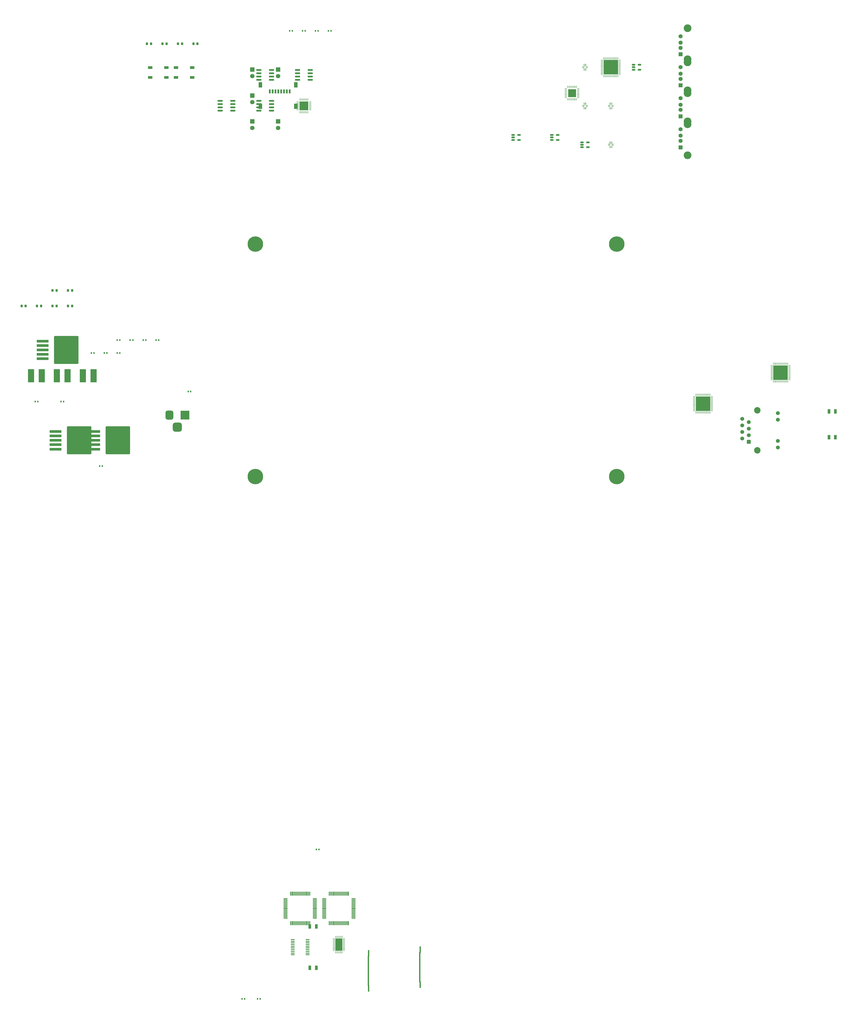
<source format=gtl>
%TF.GenerationSoftware,KiCad,Pcbnew,9.0.6*%
%TF.CreationDate,2025-12-01T13:51:19+09:00*%
%TF.ProjectId,fcBoard,6663426f-6172-4642-9e6b-696361645f70,0.2*%
%TF.SameCoordinates,Original*%
%TF.FileFunction,Copper,L1,Top*%
%TF.FilePolarity,Positive*%
%FSLAX46Y46*%
G04 Gerber Fmt 4.6, Leading zero omitted, Abs format (unit mm)*
G04 Created by KiCad (PCBNEW 9.0.6) date 2025-12-01 13:51:19*
%MOMM*%
%LPD*%
G01*
G04 APERTURE LIST*
G04 Aperture macros list*
%AMRoundRect*
0 Rectangle with rounded corners*
0 $1 Rounding radius*
0 $2 $3 $4 $5 $6 $7 $8 $9 X,Y pos of 4 corners*
0 Add a 4 corners polygon primitive as box body*
4,1,4,$2,$3,$4,$5,$6,$7,$8,$9,$2,$3,0*
0 Add four circle primitives for the rounded corners*
1,1,$1+$1,$2,$3*
1,1,$1+$1,$4,$5*
1,1,$1+$1,$6,$7*
1,1,$1+$1,$8,$9*
0 Add four rect primitives between the rounded corners*
20,1,$1+$1,$2,$3,$4,$5,0*
20,1,$1+$1,$4,$5,$6,$7,0*
20,1,$1+$1,$6,$7,$8,$9,0*
20,1,$1+$1,$8,$9,$2,$3,0*%
G04 Aperture macros list end*
%TA.AperFunction,SMDPad,CuDef*%
%ADD10RoundRect,0.218750X-0.218750X-0.256250X0.218750X-0.256250X0.218750X0.256250X-0.218750X0.256250X0*%
%TD*%
%TA.AperFunction,SMDPad,CuDef*%
%ADD11RoundRect,0.100000X-0.637500X-0.100000X0.637500X-0.100000X0.637500X0.100000X-0.637500X0.100000X0*%
%TD*%
%TA.AperFunction,ComponentPad*%
%ADD12RoundRect,0.250500X-0.499500X-0.499500X0.499500X-0.499500X0.499500X0.499500X-0.499500X0.499500X0*%
%TD*%
%TA.AperFunction,ComponentPad*%
%ADD13C,1.500000*%
%TD*%
%TA.AperFunction,ComponentPad*%
%ADD14C,2.500000*%
%TD*%
%TA.AperFunction,ComponentPad*%
%ADD15R,1.700000X1.700000*%
%TD*%
%TA.AperFunction,ComponentPad*%
%ADD16C,1.700000*%
%TD*%
%TA.AperFunction,SMDPad,CuDef*%
%ADD17RoundRect,0.062500X-0.375000X-0.062500X0.375000X-0.062500X0.375000X0.062500X-0.375000X0.062500X0*%
%TD*%
%TA.AperFunction,SMDPad,CuDef*%
%ADD18RoundRect,0.062500X-0.062500X-0.375000X0.062500X-0.375000X0.062500X0.375000X-0.062500X0.375000X0*%
%TD*%
%TA.AperFunction,HeatsinkPad*%
%ADD19R,3.100000X3.100000*%
%TD*%
%TA.AperFunction,SMDPad,CuDef*%
%ADD20RoundRect,0.075000X-0.700000X-0.075000X0.700000X-0.075000X0.700000X0.075000X-0.700000X0.075000X0*%
%TD*%
%TA.AperFunction,SMDPad,CuDef*%
%ADD21RoundRect,0.075000X-0.075000X-0.700000X0.075000X-0.700000X0.075000X0.700000X-0.075000X0.700000X0*%
%TD*%
%TA.AperFunction,SMDPad,CuDef*%
%ADD22R,1.000000X1.800000*%
%TD*%
%TA.AperFunction,SMDPad,CuDef*%
%ADD23RoundRect,0.150000X-0.512500X-0.150000X0.512500X-0.150000X0.512500X0.150000X-0.512500X0.150000X0*%
%TD*%
%TA.AperFunction,SMDPad,CuDef*%
%ADD24RoundRect,0.135000X-0.135000X-0.185000X0.135000X-0.185000X0.135000X0.185000X-0.135000X0.185000X0*%
%TD*%
%TA.AperFunction,ComponentPad*%
%ADD25R,3.500000X3.500000*%
%TD*%
%TA.AperFunction,ComponentPad*%
%ADD26RoundRect,0.750000X0.750000X1.000000X-0.750000X1.000000X-0.750000X-1.000000X0.750000X-1.000000X0*%
%TD*%
%TA.AperFunction,ComponentPad*%
%ADD27RoundRect,0.875000X0.875000X0.875000X-0.875000X0.875000X-0.875000X-0.875000X0.875000X-0.875000X0*%
%TD*%
%TA.AperFunction,SMDPad,CuDef*%
%ADD28RoundRect,0.250000X-2.050000X-0.300000X2.050000X-0.300000X2.050000X0.300000X-2.050000X0.300000X0*%
%TD*%
%TA.AperFunction,SMDPad,CuDef*%
%ADD29RoundRect,0.250002X-4.449998X-5.149998X4.449998X-5.149998X4.449998X5.149998X-4.449998X5.149998X0*%
%TD*%
%TA.AperFunction,SMDPad,CuDef*%
%ADD30R,2.350000X5.100000*%
%TD*%
%TA.AperFunction,SMDPad,CuDef*%
%ADD31RoundRect,0.150000X-0.825000X-0.150000X0.825000X-0.150000X0.825000X0.150000X-0.825000X0.150000X0*%
%TD*%
%TA.AperFunction,ComponentPad*%
%ADD32R,1.600000X1.600000*%
%TD*%
%TA.AperFunction,ComponentPad*%
%ADD33C,1.600000*%
%TD*%
%TA.AperFunction,ComponentPad*%
%ADD34C,3.000000*%
%TD*%
%TA.AperFunction,SMDPad,CuDef*%
%ADD35RoundRect,0.140000X-0.140000X-0.170000X0.140000X-0.170000X0.140000X0.170000X-0.140000X0.170000X0*%
%TD*%
%TA.AperFunction,ComponentPad*%
%ADD36C,6.000000*%
%TD*%
%TA.AperFunction,HeatsinkPad*%
%ADD37R,5.600000X5.600000*%
%TD*%
%TA.AperFunction,SMDPad,CuDef*%
%ADD38RoundRect,0.062500X-0.337500X-0.062500X0.337500X-0.062500X0.337500X0.062500X-0.337500X0.062500X0*%
%TD*%
%TA.AperFunction,SMDPad,CuDef*%
%ADD39RoundRect,0.062500X-0.062500X-0.337500X0.062500X-0.337500X0.062500X0.337500X-0.062500X0.337500X0*%
%TD*%
%TA.AperFunction,HeatsinkPad*%
%ADD40R,3.350000X3.350000*%
%TD*%
%TA.AperFunction,SMDPad,CuDef*%
%ADD41R,0.800000X1.500000*%
%TD*%
%TA.AperFunction,SMDPad,CuDef*%
%ADD42R,1.450000X2.000000*%
%TD*%
%TA.AperFunction,SMDPad,CuDef*%
%ADD43R,1.700000X1.000000*%
%TD*%
%TA.AperFunction,SMDPad,CuDef*%
%ADD44RoundRect,0.050000X-0.437500X-0.050000X0.437500X-0.050000X0.437500X0.050000X-0.437500X0.050000X0*%
%TD*%
%TA.AperFunction,SMDPad,CuDef*%
%ADD45RoundRect,0.050000X-0.337500X-0.050000X0.337500X-0.050000X0.337500X0.050000X-0.337500X0.050000X0*%
%TD*%
%TA.AperFunction,SMDPad,CuDef*%
%ADD46RoundRect,0.050000X-0.050000X-0.337500X0.050000X-0.337500X0.050000X0.337500X-0.050000X0.337500X0*%
%TD*%
%TA.AperFunction,SMDPad,CuDef*%
%ADD47RoundRect,0.062500X-0.350000X-0.062500X0.350000X-0.062500X0.350000X0.062500X-0.350000X0.062500X0*%
%TD*%
%TA.AperFunction,SMDPad,CuDef*%
%ADD48RoundRect,0.062500X-0.062500X-0.350000X0.062500X-0.350000X0.062500X0.350000X-0.062500X0.350000X0*%
%TD*%
%TA.AperFunction,HeatsinkPad*%
%ADD49R,2.700000X2.700000*%
%TD*%
%TA.AperFunction,SMDPad,CuDef*%
%ADD50R,0.500000X2.800000*%
%TD*%
%TA.AperFunction,SMDPad,CuDef*%
%ADD51R,0.600000X2.600000*%
%TD*%
G04 APERTURE END LIST*
D10*
%TO.P,D16,1,K*%
%TO.N,+1V8*%
X32467500Y-128945000D03*
%TO.P,D16,2,A*%
%TO.N,Net-(D16-A)*%
X34042500Y-128945000D03*
%TD*%
D11*
%TO.P,U42,1,VCCA*%
%TO.N,+1V8*%
X119507500Y-374215000D03*
%TO.P,U42,2,A1*%
%TO.N,/HDMI In/Out/DE_RX*%
X119507500Y-374865000D03*
%TO.P,U42,3,A2*%
%TO.N,/HDMI In/Out/B_RX[7:0]*%
X119507500Y-375515000D03*
%TO.P,U42,4,A3*%
X119507500Y-376165000D03*
%TO.P,U42,5,A4*%
%TO.N,unconnected-(U42-A4-Pad5)*%
X119507500Y-376815000D03*
%TO.P,U42,6,A5*%
%TO.N,unconnected-(U42-A5-Pad6)*%
X119507500Y-377465000D03*
%TO.P,U42,7,A6*%
%TO.N,unconnected-(U42-A6-Pad7)*%
X119507500Y-378115000D03*
%TO.P,U42,8,VCCB*%
%TO.N,+3V3*%
X119507500Y-378765000D03*
%TO.P,U42,9,B1*%
%TO.N,unconnected-(U42-B1-Pad9)*%
X119507500Y-379415000D03*
%TO.P,U42,10,B2*%
%TO.N,unconnected-(U42-B2-Pad10)*%
X119507500Y-380065000D03*
%TO.P,U42,11,B3*%
%TO.N,unconnected-(U42-B3-Pad11)*%
X125232500Y-380065000D03*
%TO.P,U42,12,B4*%
%TO.N,unconnected-(U42-B4-Pad12)*%
X125232500Y-379415000D03*
%TO.P,U42,13,B5*%
%TO.N,unconnected-(U42-B5-Pad13)*%
X125232500Y-378765000D03*
%TO.P,U42,14,B6*%
%TO.N,unconnected-(U42-B6-Pad14)*%
X125232500Y-378115000D03*
%TO.P,U42,15,GND*%
%TO.N,GND*%
X125232500Y-377465000D03*
%TO.P,U42,16,OE*%
%TO.N,unconnected-(U42-OE-Pad16)*%
X125232500Y-376815000D03*
%TO.P,U42,17*%
%TO.N,N/C*%
X125232500Y-376165000D03*
%TO.P,U42,18*%
X125232500Y-375515000D03*
%TO.P,U42,19*%
X125232500Y-374865000D03*
%TO.P,U42,20*%
X125232500Y-374215000D03*
%TD*%
D12*
%TO.P,J6,1,TXP_A*%
%TO.N,unconnected-(J6-TXP_A-Pad1)*%
X296100000Y-181490000D03*
D13*
%TO.P,J6,2,TXN_A*%
%TO.N,unconnected-(J6-TXN_A-Pad2)*%
X293560000Y-180230000D03*
%TO.P,J6,3,TXP_B*%
%TO.N,unconnected-(J6-TXP_B-Pad3)*%
X296100000Y-178950000D03*
%TO.P,J6,4,TXN_B*%
%TO.N,unconnected-(J6-TXN_B-Pad4)*%
X293560000Y-177690000D03*
%TO.P,J6,5,TXP_C*%
%TO.N,unconnected-(J6-TXP_C-Pad5)*%
X296100000Y-176410000D03*
%TO.P,J6,6,TXN_C*%
%TO.N,unconnected-(J6-TXN_C-Pad6)*%
X293560000Y-175150000D03*
%TO.P,J6,7,TXP_D*%
%TO.N,unconnected-(J6-TXP_D-Pad7)*%
X296100000Y-173870000D03*
%TO.P,J6,8,TXN_D*%
%TO.N,unconnected-(J6-TXN_D-Pad8)*%
X293560000Y-172610000D03*
%TO.P,J6,9,LED_G+*%
%TO.N,unconnected-(J6-LED_G+-Pad9)*%
X307360000Y-183675000D03*
%TO.P,J6,10,LED_G-*%
%TO.N,unconnected-(J6-LED_G--Pad10)*%
X307360000Y-181135000D03*
%TO.P,J6,11,LED_Y+*%
%TO.N,unconnected-(J6-LED_Y+-Pad11)*%
X307360000Y-172965000D03*
%TO.P,J6,12,LED_Y-*%
%TO.N,unconnected-(J6-LED_Y--Pad12)*%
X307360000Y-170425000D03*
D14*
%TO.P,J6,SH*%
%TO.N,N/C*%
X299410000Y-184795000D03*
X299410000Y-169305000D03*
%TD*%
D15*
%TO.P,J7,1,1*%
%TO.N,unconnected-(J7-Pad1)*%
X103825000Y-37445000D03*
D16*
%TO.P,J7,2,2*%
%TO.N,unconnected-(J7-Pad2)*%
X103825000Y-39985000D03*
%TD*%
D17*
%TO.P,U1,1,DATA0*%
%TO.N,unconnected-(U1-DATA0-Pad1)*%
X225232500Y-44760000D03*
%TO.P,U1,2,DATA1*%
%TO.N,unconnected-(U1-DATA1-Pad2)*%
X225232500Y-45260000D03*
%TO.P,U1,3,DATA2*%
%TO.N,unconnected-(U1-DATA2-Pad3)*%
X225232500Y-45760000D03*
%TO.P,U1,4,DATA3*%
%TO.N,unconnected-(U1-DATA3-Pad4)*%
X225232500Y-46260000D03*
%TO.P,U1,5,DATA4*%
%TO.N,unconnected-(U1-DATA4-Pad5)*%
X225232500Y-46760000D03*
%TO.P,U1,6,DATA5*%
%TO.N,unconnected-(U1-DATA5-Pad6)*%
X225232500Y-47260000D03*
%TO.P,U1,7,DATA6*%
%TO.N,unconnected-(U1-DATA6-Pad7)*%
X225232500Y-47760000D03*
%TO.P,U1,8,DATA7*%
%TO.N,unconnected-(U1-DATA7-Pad8)*%
X225232500Y-48260000D03*
D18*
%TO.P,U1,9,CLK*%
%TO.N,unconnected-(U1-CLK-Pad9)*%
X225920000Y-48947500D03*
%TO.P,U1,10,DIR*%
%TO.N,unconnected-(U1-DIR-Pad10)*%
X226420000Y-48947500D03*
%TO.P,U1,11,NXT*%
%TO.N,unconnected-(U1-NXT-Pad11)*%
X226920000Y-48947500D03*
%TO.P,U1,12,STP*%
%TO.N,unconnected-(U1-STP-Pad12)*%
X227420000Y-48947500D03*
%TO.P,U1,13,DP*%
%TO.N,unconnected-(U1-DP-Pad13)*%
X227920000Y-48947500D03*
%TO.P,U1,14,DN*%
%TO.N,unconnected-(U1-DN-Pad14)*%
X228420000Y-48947500D03*
%TO.P,U1,15,GND*%
%TO.N,GND*%
X228920000Y-48947500D03*
%TO.P,U1,16,VDD33*%
%TO.N,unconnected-(U1-VDD33-Pad16)*%
X229420000Y-48947500D03*
D17*
%TO.P,U1,17,VDD18*%
%TO.N,unconnected-(U1-VDD18-Pad17)*%
X230107500Y-48260000D03*
%TO.P,U1,18,REFCLK*%
%TO.N,unconnected-(U1-REFCLK-Pad18)*%
X230107500Y-47760000D03*
%TO.P,U1,19*%
%TO.N,N/C*%
X230107500Y-47260000D03*
%TO.P,U1,20*%
X230107500Y-46760000D03*
%TO.P,U1,21*%
X230107500Y-46260000D03*
%TO.P,U1,22*%
X230107500Y-45760000D03*
%TO.P,U1,23*%
X230107500Y-45260000D03*
%TO.P,U1,24*%
X230107500Y-44760000D03*
D18*
%TO.P,U1,25*%
X229420000Y-44072500D03*
%TO.P,U1,26*%
X228920000Y-44072500D03*
%TO.P,U1,27*%
X228420000Y-44072500D03*
%TO.P,U1,28*%
X227920000Y-44072500D03*
%TO.P,U1,29*%
X227420000Y-44072500D03*
%TO.P,U1,30*%
X226920000Y-44072500D03*
%TO.P,U1,31*%
X226420000Y-44072500D03*
%TO.P,U1,32*%
X225920000Y-44072500D03*
D19*
%TO.P,U1,33*%
X227670000Y-46510000D03*
%TD*%
D20*
%TO.P,U43,1,VDD33*%
%TO.N,unconnected-(U43-VDD33-Pad1)*%
X131695000Y-358390000D03*
%TO.P,U43,2,VDD18*%
%TO.N,unconnected-(U43-VDD18-Pad2)*%
X131695000Y-358890000D03*
%TO.P,U43,3,GND*%
%TO.N,GND*%
X131695000Y-359390000D03*
%TO.P,U43,4,TMDS_D0+*%
%TO.N,Net-(U43-TMDS_D0+)*%
X131695000Y-359890000D03*
%TO.P,U43,5,TMDS_D0-*%
X131695000Y-360390000D03*
%TO.P,U43,6,TMDS_D1+*%
X131695000Y-360890000D03*
%TO.P,U43,7,TMDS_D1-*%
%TO.N,Net-(U43-TMDS_D1-)*%
X131695000Y-361390000D03*
%TO.P,U43,8,TMDS_D2+*%
%TO.N,Net-(U43-TMDS_D2+)*%
X131695000Y-361890000D03*
%TO.P,U43,9,TMDS_D2-*%
%TO.N,Net-(U43-TMDS_D2-)*%
X131695000Y-362390000D03*
%TO.P,U43,10,TMDS_CLK+*%
%TO.N,Net-(U43-TMDS_CLK+)*%
X131695000Y-362890000D03*
%TO.P,U43,11,TMDS_CLK-*%
%TO.N,Net-(U43-TMDS_CLK-)*%
X131695000Y-363390000D03*
%TO.P,U43,12,CEC*%
%TO.N,Net-(U43-CEC)*%
X131695000Y-363890000D03*
%TO.P,U43,13,HPD*%
%TO.N,unconnected-(U43-HPD-Pad13)*%
X131695000Y-364390000D03*
%TO.P,U43,14,SCL*%
%TO.N,unconnected-(U43-SCL-Pad14)*%
X131695000Y-364890000D03*
%TO.P,U43,15,SDA*%
%TO.N,unconnected-(U43-SDA-Pad15)*%
X131695000Y-365390000D03*
%TO.P,U43,16,PCLK*%
%TO.N,+1V8*%
X131695000Y-365890000D03*
D21*
%TO.P,U43,17,DE*%
%TO.N,/HDMI In/Out/DE_RX*%
X133620000Y-367815000D03*
%TO.P,U43,18,HSYNC*%
%TO.N,/HDMI In/Out/B_RX[7:0]*%
X134120000Y-367815000D03*
%TO.P,U43,19,VSYNC*%
X134620000Y-367815000D03*
%TO.P,U43,20,R[7:0]*%
X135120000Y-367815000D03*
%TO.P,U43,21,G[7:0]*%
X135620000Y-367815000D03*
%TO.P,U43,22,B[7:0]*%
X136120000Y-367815000D03*
%TO.P,U43,23,XTALIN*%
X136620000Y-367815000D03*
%TO.P,U43,24,XTALOUT*%
%TO.N,unconnected-(U43-XTALOUT-Pad24)*%
X137120000Y-367815000D03*
%TO.P,U43,25*%
%TO.N,N/C*%
X137620000Y-367815000D03*
%TO.P,U43,26*%
X138120000Y-367815000D03*
%TO.P,U43,27*%
X138620000Y-367815000D03*
%TO.P,U43,28*%
X139120000Y-367815000D03*
%TO.P,U43,29*%
X139620000Y-367815000D03*
%TO.P,U43,30*%
X140120000Y-367815000D03*
%TO.P,U43,31*%
X140620000Y-367815000D03*
%TO.P,U43,32*%
X141120000Y-367815000D03*
D20*
%TO.P,U43,33*%
X143045000Y-365890000D03*
%TO.P,U43,34*%
X143045000Y-365390000D03*
%TO.P,U43,35*%
X143045000Y-364890000D03*
%TO.P,U43,36*%
X143045000Y-364390000D03*
%TO.P,U43,37*%
X143045000Y-363890000D03*
%TO.P,U43,38*%
X143045000Y-363390000D03*
%TO.P,U43,39*%
X143045000Y-362890000D03*
%TO.P,U43,40*%
X143045000Y-362390000D03*
%TO.P,U43,41*%
X143045000Y-361890000D03*
%TO.P,U43,42*%
X143045000Y-361390000D03*
%TO.P,U43,43*%
X143045000Y-360890000D03*
%TO.P,U43,44*%
X143045000Y-360390000D03*
%TO.P,U43,45*%
X143045000Y-359890000D03*
%TO.P,U43,46*%
X143045000Y-359390000D03*
%TO.P,U43,47*%
X143045000Y-358890000D03*
%TO.P,U43,48*%
X143045000Y-358390000D03*
D21*
%TO.P,U43,49*%
X141120000Y-356465000D03*
%TO.P,U43,50*%
X140620000Y-356465000D03*
%TO.P,U43,51*%
X140120000Y-356465000D03*
%TO.P,U43,52*%
X139620000Y-356465000D03*
%TO.P,U43,53*%
X139120000Y-356465000D03*
%TO.P,U43,54*%
X138620000Y-356465000D03*
%TO.P,U43,55*%
X138120000Y-356465000D03*
%TO.P,U43,56*%
X137620000Y-356465000D03*
%TO.P,U43,57*%
X137120000Y-356465000D03*
%TO.P,U43,58*%
X136620000Y-356465000D03*
%TO.P,U43,59*%
X136120000Y-356465000D03*
%TO.P,U43,60*%
X135620000Y-356465000D03*
%TO.P,U43,61*%
X135120000Y-356465000D03*
%TO.P,U43,62*%
X134620000Y-356465000D03*
%TO.P,U43,63*%
X134120000Y-356465000D03*
%TO.P,U43,64*%
X133620000Y-356465000D03*
%TD*%
D22*
%TO.P,Y10,1,1*%
%TO.N,/HDMI In/Out/B_RX[7:0]*%
X128620000Y-385140000D03*
%TO.P,Y10,2,2*%
%TO.N,/HDMI In/Out/DE_RX*%
X126120000Y-385140000D03*
%TD*%
%TO.P,Y9,1,1*%
%TO.N,Net-(U41-CEC)*%
X128620000Y-369140000D03*
%TO.P,Y9,2,2*%
%TO.N,unconnected-(Y9-Pad2)*%
X126120000Y-369140000D03*
%TD*%
D23*
%TO.P,U8,1,VIN*%
%TO.N,+5V*%
X251532500Y-35560000D03*
%TO.P,U8,2,VOUT*%
%TO.N,unconnected-(U8-VOUT-Pad2)*%
X251532500Y-36510000D03*
%TO.P,U8,3,EN*%
%TO.N,unconnected-(U8-EN-Pad3)*%
X251532500Y-37460000D03*
%TO.P,U8,4,FAULT*%
%TO.N,unconnected-(U8-FAULT-Pad4)*%
X253807500Y-37460000D03*
%TO.P,U8,5,GND*%
%TO.N,GND*%
X253807500Y-35560000D03*
%TD*%
D24*
%TO.P,R4,1,1*%
%TO.N,unconnected-(R4-Pad1)*%
X133315000Y-22445000D03*
%TO.P,R4,2,2*%
%TO.N,unconnected-(R4-Pad2)*%
X134335000Y-22445000D03*
%TD*%
D22*
%TO.P,Y2,1,1*%
%TO.N,unconnected-(Y2-Pad1)*%
X329650000Y-179740000D03*
%TO.P,Y2,2,2*%
%TO.N,unconnected-(Y2-Pad2)*%
X327150000Y-179740000D03*
%TD*%
D24*
%TO.P,R20,1*%
%TO.N,Net-(U27-FB)*%
X46545000Y-147115000D03*
%TO.P,R20,2*%
%TO.N,GND*%
X47565000Y-147115000D03*
%TD*%
%TO.P,R3,1,1*%
%TO.N,unconnected-(R3-Pad1)*%
X128315000Y-22445000D03*
%TO.P,R3,2,2*%
%TO.N,unconnected-(R3-Pad2)*%
X129335000Y-22445000D03*
%TD*%
%TO.P,R2,1,1*%
%TO.N,unconnected-(R2-Pad1)*%
X123315000Y-22445000D03*
%TO.P,R2,2,2*%
%TO.N,unconnected-(R2-Pad2)*%
X124335000Y-22445000D03*
%TD*%
D25*
%TO.P,J16,1*%
%TO.N,Net-(U26-VIN)*%
X77770000Y-171150000D03*
D26*
%TO.P,J16,2*%
%TO.N,GND*%
X71770000Y-171150000D03*
D27*
%TO.P,J16,3*%
%TO.N,N/C*%
X74770000Y-175850000D03*
%TD*%
D28*
%TO.P,U26,1,VIN*%
%TO.N,Net-(U26-VIN)*%
X22605000Y-142545000D03*
%TO.P,U26,2,OUT*%
%TO.N,Net-(D13-A)*%
X22605000Y-144245000D03*
%TO.P,U26,3,GND*%
%TO.N,GND*%
X22605000Y-145945000D03*
D29*
X31755000Y-145945000D03*
D28*
%TO.P,U26,4,FB*%
%TO.N,Net-(U26-FB)*%
X22605000Y-147645000D03*
%TO.P,U26,5,~{ON}/OFF*%
%TO.N,unconnected-(U26-~{ON}{slash}OFF-Pad5)*%
X22605000Y-149345000D03*
%TD*%
D24*
%TO.P,R1,1,1*%
%TO.N,unconnected-(R1-Pad1)*%
X118315000Y-22445000D03*
%TO.P,R1,2,2*%
%TO.N,unconnected-(R1-Pad2)*%
X119335000Y-22445000D03*
%TD*%
D22*
%TO.P,Y1,1,1*%
%TO.N,unconnected-(Y1-Pad1)*%
X329650000Y-169740000D03*
%TO.P,Y1,2,2*%
%TO.N,unconnected-(Y1-Pad2)*%
X327150000Y-169740000D03*
%TD*%
D15*
%TO.P,J10,1,1*%
%TO.N,unconnected-(J10-Pad1)*%
X113825000Y-37445000D03*
D16*
%TO.P,J10,2,2*%
%TO.N,unconnected-(J10-Pad2)*%
X113825000Y-39985000D03*
%TD*%
D15*
%TO.P,J12,1,1*%
%TO.N,unconnected-(J12-Pad1)*%
X113825000Y-57445000D03*
D16*
%TO.P,J12,2,2*%
%TO.N,unconnected-(J12-Pad2)*%
X113825000Y-59985000D03*
%TD*%
D30*
%TO.P,L6,1*%
%TO.N,Net-(D14-A)*%
X38180000Y-155945000D03*
%TO.P,L6,2*%
%TO.N,+5V*%
X42330000Y-155945000D03*
%TD*%
D10*
%TO.P,D12,1,K*%
%TO.N,+5V*%
X32467500Y-122945000D03*
%TO.P,D12,2,A*%
%TO.N,Net-(D12-A)*%
X34042500Y-122945000D03*
%TD*%
D31*
%TO.P,U13,1,TXD*%
%TO.N,unconnected-(U13-TXD-Pad1)*%
X106350000Y-37540000D03*
%TO.P,U13,2,GND*%
%TO.N,unconnected-(U13-GND-Pad2)*%
X106350000Y-38810000D03*
%TO.P,U13,3,VCC*%
%TO.N,unconnected-(U13-VCC-Pad3)*%
X106350000Y-40080000D03*
%TO.P,U13,4,RXD*%
%TO.N,unconnected-(U13-RXD-Pad4)*%
X106350000Y-41350000D03*
%TO.P,U13,5,NC*%
%TO.N,unconnected-(U13-NC-Pad5)*%
X111300000Y-41350000D03*
%TO.P,U13,6,CANL*%
%TO.N,unconnected-(U13-CANL-Pad6)*%
X111300000Y-40080000D03*
%TO.P,U13,7,CANH*%
%TO.N,unconnected-(U13-CANH-Pad7)*%
X111300000Y-38810000D03*
%TO.P,U13,8,RS*%
%TO.N,unconnected-(U13-RS-Pad8)*%
X111300000Y-37540000D03*
%TD*%
D23*
%TO.P,U9,1,VIN*%
%TO.N,+5V*%
X204865000Y-62730000D03*
%TO.P,U9,2,VOUT*%
%TO.N,unconnected-(U9-VOUT-Pad2)*%
X204865000Y-63680000D03*
%TO.P,U9,3,EN*%
%TO.N,unconnected-(U9-EN-Pad3)*%
X204865000Y-64630000D03*
%TO.P,U9,4,FAULT*%
%TO.N,unconnected-(U9-FAULT-Pad4)*%
X207140000Y-64630000D03*
%TO.P,U9,5,GND*%
%TO.N,GND*%
X207140000Y-62730000D03*
%TD*%
D30*
%TO.P,L5,1*%
%TO.N,Net-(D13-A)*%
X28180000Y-155945000D03*
%TO.P,L5,2*%
%TO.N,+3V3*%
X32330000Y-155945000D03*
%TD*%
D10*
%TO.P,D11,1,K*%
%TO.N,GND*%
X26467500Y-122945000D03*
%TO.P,D11,2,A*%
%TO.N,Net-(D11-A)*%
X28042500Y-122945000D03*
%TD*%
D32*
%TO.P,J4,1,VBUS*%
%TO.N,unconnected-(J4-VBUS-Pad1)*%
X269670000Y-67510000D03*
D33*
%TO.P,J4,2,D-*%
%TO.N,unconnected-(J4-D--Pad2)*%
X269670000Y-65010000D03*
%TO.P,J4,3,D+*%
%TO.N,unconnected-(J4-D+-Pad3)*%
X269670000Y-63010000D03*
%TO.P,J4,4,GND*%
%TO.N,GND*%
X269670000Y-60510000D03*
D34*
%TO.P,J4,5,SHIELD*%
%TO.N,unconnected-(J4-SHIELD-Pad5)*%
X272380000Y-70580000D03*
X272380000Y-57440000D03*
%TD*%
D35*
%TO.P,C37,1*%
%TO.N,unconnected-(C37-Pad1)*%
X105890000Y-397140000D03*
%TO.P,C37,2*%
%TO.N,GND*%
X106850000Y-397140000D03*
%TD*%
%TO.P,C23,1*%
%TO.N,+1V8*%
X44775000Y-190945000D03*
%TO.P,C23,2*%
%TO.N,GND*%
X45735000Y-190945000D03*
%TD*%
D28*
%TO.P,U28,1,VIN*%
%TO.N,Net-(U26-VIN)*%
X42605000Y-177545000D03*
%TO.P,U28,2,OUT*%
%TO.N,Net-(D14-A)*%
X42605000Y-179245000D03*
%TO.P,U28,3,GND*%
%TO.N,GND*%
X42605000Y-180945000D03*
D29*
X51755000Y-180945000D03*
D28*
%TO.P,U28,4,FB*%
%TO.N,unconnected-(U28-FB-Pad4)*%
X42605000Y-182645000D03*
%TO.P,U28,5,~{ON}/OFF*%
%TO.N,unconnected-(U28-~{ON}{slash}OFF-Pad5)*%
X42605000Y-184345000D03*
%TD*%
D36*
%TO.P,MH2,1*%
%TO.N,GND*%
X245000000Y-105000000D03*
%TD*%
D17*
%TO.P,U11,1,TXD0*%
%TO.N,unconnected-(U11-TXD0-Pad1)*%
X304962500Y-151990000D03*
%TO.P,U11,2,TXD1*%
%TO.N,unconnected-(U11-TXD1-Pad2)*%
X304962500Y-152490000D03*
%TO.P,U11,3,TXD2*%
%TO.N,unconnected-(U11-TXD2-Pad3)*%
X304962500Y-152990000D03*
%TO.P,U11,4,TXD3*%
%TO.N,unconnected-(U11-TXD3-Pad4)*%
X304962500Y-153490000D03*
%TO.P,U11,5,TX_CLK*%
%TO.N,unconnected-(U11-TX_CLK-Pad5)*%
X304962500Y-153990000D03*
%TO.P,U11,6,TX_EN*%
%TO.N,unconnected-(U11-TX_EN-Pad6)*%
X304962500Y-154490000D03*
%TO.P,U11,7,RXD0*%
%TO.N,unconnected-(U11-RXD0-Pad7)*%
X304962500Y-154990000D03*
%TO.P,U11,8,RXD1*%
%TO.N,unconnected-(U11-RXD1-Pad8)*%
X304962500Y-155490000D03*
%TO.P,U11,9,RXD2*%
%TO.N,unconnected-(U11-RXD2-Pad9)*%
X304962500Y-155990000D03*
%TO.P,U11,10,RXD3*%
%TO.N,unconnected-(U11-RXD3-Pad10)*%
X304962500Y-156490000D03*
%TO.P,U11,11,RX_CLK*%
%TO.N,unconnected-(U11-RX_CLK-Pad11)*%
X304962500Y-156990000D03*
%TO.P,U11,12,RX_DV*%
%TO.N,unconnected-(U11-RX_DV-Pad12)*%
X304962500Y-157490000D03*
D18*
%TO.P,U11,13,MDC*%
%TO.N,unconnected-(U11-MDC-Pad13)*%
X305650000Y-158177500D03*
%TO.P,U11,14,MDIO*%
%TO.N,unconnected-(U11-MDIO-Pad14)*%
X306150000Y-158177500D03*
%TO.P,U11,15,TXP_A*%
%TO.N,unconnected-(U11-TXP_A-Pad15)*%
X306650000Y-158177500D03*
%TO.P,U11,16,TXN_A*%
%TO.N,unconnected-(U11-TXN_A-Pad16)*%
X307150000Y-158177500D03*
%TO.P,U11,17,TXP_B*%
%TO.N,unconnected-(U11-TXP_B-Pad17)*%
X307650000Y-158177500D03*
%TO.P,U11,18,TXN_B*%
%TO.N,unconnected-(U11-TXN_B-Pad18)*%
X308150000Y-158177500D03*
%TO.P,U11,19,TXP_C*%
%TO.N,unconnected-(U11-TXP_C-Pad19)*%
X308650000Y-158177500D03*
%TO.P,U11,20,TXN_C*%
%TO.N,unconnected-(U11-TXN_C-Pad20)*%
X309150000Y-158177500D03*
%TO.P,U11,21,TXP_D*%
%TO.N,unconnected-(U11-TXP_D-Pad21)*%
X309650000Y-158177500D03*
%TO.P,U11,22,TXN_D*%
%TO.N,unconnected-(U11-TXN_D-Pad22)*%
X310150000Y-158177500D03*
%TO.P,U11,23,REFCLK*%
%TO.N,unconnected-(U11-REFCLK-Pad23)*%
X310650000Y-158177500D03*
%TO.P,U11,24,GND*%
%TO.N,GND*%
X311150000Y-158177500D03*
D17*
%TO.P,U11,25,VDD33*%
%TO.N,unconnected-(U11-VDD33-Pad25)*%
X311837500Y-157490000D03*
%TO.P,U11,26,VDD10*%
%TO.N,unconnected-(U11-VDD10-Pad26)*%
X311837500Y-156990000D03*
%TO.P,U11,27*%
%TO.N,N/C*%
X311837500Y-156490000D03*
%TO.P,U11,28*%
X311837500Y-155990000D03*
%TO.P,U11,29*%
X311837500Y-155490000D03*
%TO.P,U11,30*%
X311837500Y-154990000D03*
%TO.P,U11,31*%
X311837500Y-154490000D03*
%TO.P,U11,32*%
X311837500Y-153990000D03*
%TO.P,U11,33*%
X311837500Y-153490000D03*
%TO.P,U11,34*%
X311837500Y-152990000D03*
%TO.P,U11,35*%
X311837500Y-152490000D03*
%TO.P,U11,36*%
X311837500Y-151990000D03*
D18*
%TO.P,U11,37*%
X311150000Y-151302500D03*
%TO.P,U11,38*%
X310650000Y-151302500D03*
%TO.P,U11,39*%
X310150000Y-151302500D03*
%TO.P,U11,40*%
X309650000Y-151302500D03*
%TO.P,U11,41*%
X309150000Y-151302500D03*
%TO.P,U11,42*%
X308650000Y-151302500D03*
%TO.P,U11,43*%
X308150000Y-151302500D03*
%TO.P,U11,44*%
X307650000Y-151302500D03*
%TO.P,U11,45*%
X307150000Y-151302500D03*
%TO.P,U11,46*%
X306650000Y-151302500D03*
%TO.P,U11,47*%
X306150000Y-151302500D03*
%TO.P,U11,48*%
X305650000Y-151302500D03*
D37*
%TO.P,U11,49*%
X308400000Y-154740000D03*
%TD*%
D24*
%TO.P,R17,1*%
%TO.N,+1V8*%
X61545000Y-142115000D03*
%TO.P,R17,2*%
%TO.N,Net-(U27-FB)*%
X62565000Y-142115000D03*
%TD*%
D38*
%TO.P,U17,1,D+*%
%TO.N,unconnected-(U17-D+-Pad1)*%
X121375000Y-49945000D03*
%TO.P,U17,2,D-*%
%TO.N,unconnected-(U17-D--Pad2)*%
X121375000Y-50445000D03*
%TO.P,U17,3,VBUS*%
%TO.N,unconnected-(U17-VBUS-Pad3)*%
X121375000Y-50945000D03*
%TO.P,U17,4,TXD*%
%TO.N,unconnected-(U17-TXD-Pad4)*%
X121375000Y-51445000D03*
%TO.P,U17,5,RXD*%
%TO.N,unconnected-(U17-RXD-Pad5)*%
X121375000Y-51945000D03*
%TO.P,U17,6,RTS*%
%TO.N,unconnected-(U17-RTS-Pad6)*%
X121375000Y-52445000D03*
%TO.P,U17,7,CTS*%
%TO.N,unconnected-(U17-CTS-Pad7)*%
X121375000Y-52945000D03*
D39*
%TO.P,U17,8,DTR*%
%TO.N,unconnected-(U17-DTR-Pad8)*%
X122325000Y-53895000D03*
%TO.P,U17,9,DSR*%
%TO.N,unconnected-(U17-DSR-Pad9)*%
X122825000Y-53895000D03*
%TO.P,U17,10,GND*%
%TO.N,unconnected-(U17-GND-Pad10)*%
X123325000Y-53895000D03*
%TO.P,U17,11,VDD*%
%TO.N,unconnected-(U17-VDD-Pad11)*%
X123825000Y-53895000D03*
%TO.P,U17,12,REGIN*%
%TO.N,unconnected-(U17-REGIN-Pad12)*%
X124325000Y-53895000D03*
%TO.P,U17,13*%
%TO.N,N/C*%
X124825000Y-53895000D03*
%TO.P,U17,14*%
X125325000Y-53895000D03*
D38*
%TO.P,U17,15*%
X126275000Y-52945000D03*
%TO.P,U17,16*%
X126275000Y-52445000D03*
%TO.P,U17,17*%
X126275000Y-51945000D03*
%TO.P,U17,18*%
X126275000Y-51445000D03*
%TO.P,U17,19*%
X126275000Y-50945000D03*
%TO.P,U17,20*%
X126275000Y-50445000D03*
%TO.P,U17,21*%
X126275000Y-49945000D03*
D39*
%TO.P,U17,22*%
X125325000Y-48995000D03*
%TO.P,U17,23*%
X124825000Y-48995000D03*
%TO.P,U17,24*%
X124325000Y-48995000D03*
%TO.P,U17,25*%
X123825000Y-48995000D03*
%TO.P,U17,26*%
X123325000Y-48995000D03*
%TO.P,U17,27*%
X122825000Y-48995000D03*
%TO.P,U17,28*%
X122325000Y-48995000D03*
D40*
%TO.P,U17,29*%
X123825000Y-51445000D03*
%TD*%
D24*
%TO.P,R16,1*%
%TO.N,Net-(U26-FB)*%
X56545000Y-142115000D03*
%TO.P,R16,2*%
%TO.N,GND*%
X57565000Y-142115000D03*
%TD*%
D23*
%TO.P,U7,1,VIN*%
%TO.N,+5V*%
X231532500Y-65560000D03*
%TO.P,U7,2,VOUT*%
%TO.N,unconnected-(U7-VOUT-Pad2)*%
X231532500Y-66510000D03*
%TO.P,U7,3,EN*%
%TO.N,unconnected-(U7-EN-Pad3)*%
X231532500Y-67460000D03*
%TO.P,U7,4,FAULT*%
%TO.N,unconnected-(U7-FAULT-Pad4)*%
X233807500Y-67460000D03*
%TO.P,U7,5,GND*%
%TO.N,GND*%
X233807500Y-65560000D03*
%TD*%
D10*
%TO.P,D3,1,A*%
%TO.N,unconnected-(D3-A-Pad1)*%
X75037500Y-27445000D03*
%TO.P,D3,2,K*%
%TO.N,unconnected-(D3-K-Pad2)*%
X76612500Y-27445000D03*
%TD*%
D17*
%TO.P,U12,1,TXD0*%
%TO.N,unconnected-(U12-TXD0-Pad1)*%
X274962500Y-163990000D03*
%TO.P,U12,2,TXD1*%
%TO.N,unconnected-(U12-TXD1-Pad2)*%
X274962500Y-164490000D03*
%TO.P,U12,3,TXD2*%
%TO.N,unconnected-(U12-TXD2-Pad3)*%
X274962500Y-164990000D03*
%TO.P,U12,4,TXD3*%
%TO.N,unconnected-(U12-TXD3-Pad4)*%
X274962500Y-165490000D03*
%TO.P,U12,5,TX_CLK*%
%TO.N,unconnected-(U12-TX_CLK-Pad5)*%
X274962500Y-165990000D03*
%TO.P,U12,6,TX_EN*%
%TO.N,unconnected-(U12-TX_EN-Pad6)*%
X274962500Y-166490000D03*
%TO.P,U12,7,RXD0*%
%TO.N,unconnected-(U12-RXD0-Pad7)*%
X274962500Y-166990000D03*
%TO.P,U12,8,RXD1*%
%TO.N,unconnected-(U12-RXD1-Pad8)*%
X274962500Y-167490000D03*
%TO.P,U12,9,RXD2*%
%TO.N,unconnected-(U12-RXD2-Pad9)*%
X274962500Y-167990000D03*
%TO.P,U12,10,RXD3*%
%TO.N,unconnected-(U12-RXD3-Pad10)*%
X274962500Y-168490000D03*
%TO.P,U12,11,RX_CLK*%
%TO.N,unconnected-(U12-RX_CLK-Pad11)*%
X274962500Y-168990000D03*
%TO.P,U12,12,RX_DV*%
%TO.N,unconnected-(U12-RX_DV-Pad12)*%
X274962500Y-169490000D03*
D18*
%TO.P,U12,13,MDC*%
%TO.N,unconnected-(U12-MDC-Pad13)*%
X275650000Y-170177500D03*
%TO.P,U12,14,MDIO*%
%TO.N,unconnected-(U12-MDIO-Pad14)*%
X276150000Y-170177500D03*
%TO.P,U12,15,TXP_A*%
%TO.N,unconnected-(U12-TXP_A-Pad15)*%
X276650000Y-170177500D03*
%TO.P,U12,16,TXN_A*%
%TO.N,unconnected-(U12-TXN_A-Pad16)*%
X277150000Y-170177500D03*
%TO.P,U12,17,TXP_B*%
%TO.N,unconnected-(U12-TXP_B-Pad17)*%
X277650000Y-170177500D03*
%TO.P,U12,18,TXN_B*%
%TO.N,unconnected-(U12-TXN_B-Pad18)*%
X278150000Y-170177500D03*
%TO.P,U12,19,TXP_C*%
%TO.N,unconnected-(U12-TXP_C-Pad19)*%
X278650000Y-170177500D03*
%TO.P,U12,20,TXN_C*%
%TO.N,unconnected-(U12-TXN_C-Pad20)*%
X279150000Y-170177500D03*
%TO.P,U12,21,TXP_D*%
%TO.N,unconnected-(U12-TXP_D-Pad21)*%
X279650000Y-170177500D03*
%TO.P,U12,22,TXN_D*%
%TO.N,unconnected-(U12-TXN_D-Pad22)*%
X280150000Y-170177500D03*
%TO.P,U12,23,REFCLK*%
%TO.N,unconnected-(U12-REFCLK-Pad23)*%
X280650000Y-170177500D03*
%TO.P,U12,24,GND*%
%TO.N,GND*%
X281150000Y-170177500D03*
D17*
%TO.P,U12,25,VDD33*%
%TO.N,unconnected-(U12-VDD33-Pad25)*%
X281837500Y-169490000D03*
%TO.P,U12,26,VDD10*%
%TO.N,unconnected-(U12-VDD10-Pad26)*%
X281837500Y-168990000D03*
%TO.P,U12,27*%
%TO.N,N/C*%
X281837500Y-168490000D03*
%TO.P,U12,28*%
X281837500Y-167990000D03*
%TO.P,U12,29*%
X281837500Y-167490000D03*
%TO.P,U12,30*%
X281837500Y-166990000D03*
%TO.P,U12,31*%
X281837500Y-166490000D03*
%TO.P,U12,32*%
X281837500Y-165990000D03*
%TO.P,U12,33*%
X281837500Y-165490000D03*
%TO.P,U12,34*%
X281837500Y-164990000D03*
%TO.P,U12,35*%
X281837500Y-164490000D03*
%TO.P,U12,36*%
X281837500Y-163990000D03*
D18*
%TO.P,U12,37*%
X281150000Y-163302500D03*
%TO.P,U12,38*%
X280650000Y-163302500D03*
%TO.P,U12,39*%
X280150000Y-163302500D03*
%TO.P,U12,40*%
X279650000Y-163302500D03*
%TO.P,U12,41*%
X279150000Y-163302500D03*
%TO.P,U12,42*%
X278650000Y-163302500D03*
%TO.P,U12,43*%
X278150000Y-163302500D03*
%TO.P,U12,44*%
X277650000Y-163302500D03*
%TO.P,U12,45*%
X277150000Y-163302500D03*
%TO.P,U12,46*%
X276650000Y-163302500D03*
%TO.P,U12,47*%
X276150000Y-163302500D03*
%TO.P,U12,48*%
X275650000Y-163302500D03*
D37*
%TO.P,U12,49*%
X278400000Y-166740000D03*
%TD*%
D24*
%TO.P,R18,1*%
%TO.N,Net-(D15-A)*%
X66545000Y-142115000D03*
%TO.P,R18,2*%
%TO.N,GND*%
X67565000Y-142115000D03*
%TD*%
D32*
%TO.P,J3,1,VBUS*%
%TO.N,unconnected-(J3-VBUS-Pad1)*%
X269670000Y-55510000D03*
D33*
%TO.P,J3,2,D-*%
%TO.N,unconnected-(J3-D--Pad2)*%
X269670000Y-53010000D03*
%TO.P,J3,3,D+*%
%TO.N,unconnected-(J3-D+-Pad3)*%
X269670000Y-51010000D03*
%TO.P,J3,4,GND*%
%TO.N,GND*%
X269670000Y-48510000D03*
D34*
%TO.P,J3,5,SHIELD*%
%TO.N,unconnected-(J3-SHIELD-Pad5)*%
X272380000Y-58580000D03*
X272380000Y-45440000D03*
%TD*%
D41*
%TO.P,J11,1,DAT2*%
%TO.N,unconnected-(J11-DAT2-Pad1)*%
X110625000Y-45895000D03*
%TO.P,J11,2,DAT3/CD*%
%TO.N,unconnected-(J11-DAT3{slash}CD-Pad2)*%
X111725000Y-45895000D03*
%TO.P,J11,3,CMD*%
%TO.N,unconnected-(J11-CMD-Pad3)*%
X112825000Y-45895000D03*
%TO.P,J11,4,VDD*%
%TO.N,unconnected-(J11-VDD-Pad4)*%
X113925000Y-45895000D03*
%TO.P,J11,5,CLK*%
%TO.N,unconnected-(J11-CLK-Pad5)*%
X115025000Y-45895000D03*
%TO.P,J11,6,GND*%
%TO.N,unconnected-(J11-GND-Pad6)*%
X116125000Y-45895000D03*
%TO.P,J11,7,DAT0*%
%TO.N,unconnected-(J11-DAT0-Pad7)*%
X117225000Y-45895000D03*
%TO.P,J11,8,DAT1*%
%TO.N,unconnected-(J11-DAT1-Pad8)*%
X118325000Y-45895000D03*
D42*
%TO.P,J11,9,CD*%
%TO.N,unconnected-(J11-CD-Pad9)*%
X106950000Y-43295000D03*
X106950000Y-51595000D03*
X120700000Y-43295000D03*
X120700000Y-51595000D03*
%TD*%
D43*
%TO.P,SW2,1,1*%
%TO.N,unconnected-(SW2-Pad1)*%
X74280000Y-36630000D03*
X80580000Y-36630000D03*
%TO.P,SW2,2,2*%
%TO.N,unconnected-(SW2-Pad2)*%
X74280000Y-40430000D03*
X80580000Y-40430000D03*
%TD*%
D10*
%TO.P,D4,1,A*%
%TO.N,unconnected-(D4-A-Pad1)*%
X81037500Y-27445000D03*
%TO.P,D4,2,K*%
%TO.N,unconnected-(D4-K-Pad2)*%
X82612500Y-27445000D03*
%TD*%
D44*
%TO.P,U5,1,D+*%
%TO.N,unconnected-(U5-D+-Pad1)*%
X232107500Y-36310000D03*
D45*
%TO.P,U5,2,D-*%
%TO.N,unconnected-(U5-D--Pad2)*%
X232007500Y-36710000D03*
D46*
%TO.P,U5,3,D+_OUT*%
%TO.N,unconnected-(U5-D+_OUT-Pad3)*%
X232270000Y-37372500D03*
%TO.P,U5,4,D-_OUT*%
%TO.N,unconnected-(U5-D-_OUT-Pad4)*%
X232670000Y-37372500D03*
%TO.P,U5,5,GND*%
%TO.N,GND*%
X233070000Y-37372500D03*
D45*
%TO.P,U5,6,VCC*%
%TO.N,+3V3*%
X233332500Y-36710000D03*
%TO.P,U5,7*%
%TO.N,N/C*%
X233332500Y-36310000D03*
D46*
%TO.P,U5,8*%
X233070000Y-35647500D03*
%TO.P,U5,9*%
X232670000Y-35647500D03*
%TO.P,U5,10*%
X232270000Y-35647500D03*
%TD*%
D17*
%TO.P,U2,1,CLK*%
%TO.N,unconnected-(U2-CLK-Pad1)*%
X239232500Y-33760000D03*
%TO.P,U2,2,DIR*%
%TO.N,unconnected-(U2-DIR-Pad2)*%
X239232500Y-34260000D03*
%TO.P,U2,3,NXT*%
%TO.N,unconnected-(U2-NXT-Pad3)*%
X239232500Y-34760000D03*
%TO.P,U2,4,STP*%
%TO.N,unconnected-(U2-STP-Pad4)*%
X239232500Y-35260000D03*
%TO.P,U2,5,DATA0*%
%TO.N,unconnected-(U2-DATA0-Pad5)*%
X239232500Y-35760000D03*
%TO.P,U2,6,DATA1*%
%TO.N,unconnected-(U2-DATA1-Pad6)*%
X239232500Y-36260000D03*
%TO.P,U2,7,DATA2*%
%TO.N,unconnected-(U2-DATA2-Pad7)*%
X239232500Y-36760000D03*
%TO.P,U2,8,DATA3*%
%TO.N,unconnected-(U2-DATA3-Pad8)*%
X239232500Y-37260000D03*
%TO.P,U2,9,DATA4*%
%TO.N,unconnected-(U2-DATA4-Pad9)*%
X239232500Y-37760000D03*
%TO.P,U2,10,DATA5*%
%TO.N,unconnected-(U2-DATA5-Pad10)*%
X239232500Y-38260000D03*
%TO.P,U2,11,DATA6*%
%TO.N,unconnected-(U2-DATA6-Pad11)*%
X239232500Y-38760000D03*
%TO.P,U2,12,DATA7*%
%TO.N,unconnected-(U2-DATA7-Pad12)*%
X239232500Y-39260000D03*
D18*
%TO.P,U2,13,DN1_DP*%
%TO.N,unconnected-(U2-DN1_DP-Pad13)*%
X239920000Y-39947500D03*
%TO.P,U2,14,DN1_DN*%
%TO.N,unconnected-(U2-DN1_DN-Pad14)*%
X240420000Y-39947500D03*
%TO.P,U2,15,DN2_DP*%
%TO.N,unconnected-(U2-DN2_DP-Pad15)*%
X240920000Y-39947500D03*
%TO.P,U2,16,DN2_DN*%
%TO.N,unconnected-(U2-DN2_DN-Pad16)*%
X241420000Y-39947500D03*
%TO.P,U2,17,DN3_DP*%
%TO.N,unconnected-(U2-DN3_DP-Pad17)*%
X241920000Y-39947500D03*
%TO.P,U2,18,DN3_DN*%
%TO.N,unconnected-(U2-DN3_DN-Pad18)*%
X242420000Y-39947500D03*
%TO.P,U2,19,DN4_DP*%
%TO.N,unconnected-(U2-DN4_DP-Pad19)*%
X242920000Y-39947500D03*
%TO.P,U2,20,DN4_DN*%
%TO.N,unconnected-(U2-DN4_DN-Pad20)*%
X243420000Y-39947500D03*
%TO.P,U2,21,GND*%
%TO.N,GND*%
X243920000Y-39947500D03*
%TO.P,U2,22,VDD33*%
%TO.N,unconnected-(U2-VDD33-Pad22)*%
X244420000Y-39947500D03*
%TO.P,U2,23,VDD12*%
%TO.N,unconnected-(U2-VDD12-Pad23)*%
X244920000Y-39947500D03*
%TO.P,U2,24*%
%TO.N,N/C*%
X245420000Y-39947500D03*
D17*
%TO.P,U2,25*%
X246107500Y-39260000D03*
%TO.P,U2,26*%
X246107500Y-38760000D03*
%TO.P,U2,27*%
X246107500Y-38260000D03*
%TO.P,U2,28*%
X246107500Y-37760000D03*
%TO.P,U2,29*%
X246107500Y-37260000D03*
%TO.P,U2,30*%
X246107500Y-36760000D03*
%TO.P,U2,31*%
X246107500Y-36260000D03*
%TO.P,U2,32*%
X246107500Y-35760000D03*
%TO.P,U2,33*%
X246107500Y-35260000D03*
%TO.P,U2,34*%
X246107500Y-34760000D03*
%TO.P,U2,35*%
X246107500Y-34260000D03*
%TO.P,U2,36*%
X246107500Y-33760000D03*
D18*
%TO.P,U2,37*%
X245420000Y-33072500D03*
%TO.P,U2,38*%
X244920000Y-33072500D03*
%TO.P,U2,39*%
X244420000Y-33072500D03*
%TO.P,U2,40*%
X243920000Y-33072500D03*
%TO.P,U2,41*%
X243420000Y-33072500D03*
%TO.P,U2,42*%
X242920000Y-33072500D03*
%TO.P,U2,43*%
X242420000Y-33072500D03*
%TO.P,U2,44*%
X241920000Y-33072500D03*
%TO.P,U2,45*%
X241420000Y-33072500D03*
%TO.P,U2,46*%
X240920000Y-33072500D03*
%TO.P,U2,47*%
X240420000Y-33072500D03*
%TO.P,U2,48*%
X239920000Y-33072500D03*
D37*
%TO.P,U2,49*%
X242670000Y-36510000D03*
%TD*%
D44*
%TO.P,U4,1,D+*%
%TO.N,unconnected-(U4-D+-Pad1)*%
X242107500Y-66310000D03*
D45*
%TO.P,U4,2,D-*%
%TO.N,unconnected-(U4-D--Pad2)*%
X242007500Y-66710000D03*
D46*
%TO.P,U4,3,D+_OUT*%
%TO.N,unconnected-(U4-D+_OUT-Pad3)*%
X242270000Y-67372500D03*
%TO.P,U4,4,D-_OUT*%
%TO.N,unconnected-(U4-D-_OUT-Pad4)*%
X242670000Y-67372500D03*
%TO.P,U4,5,GND*%
%TO.N,GND*%
X243070000Y-67372500D03*
D45*
%TO.P,U4,6,VCC*%
%TO.N,+3V3*%
X243332500Y-66710000D03*
%TO.P,U4,7*%
%TO.N,N/C*%
X243332500Y-66310000D03*
D46*
%TO.P,U4,8*%
X243070000Y-65647500D03*
%TO.P,U4,9*%
X242670000Y-65647500D03*
%TO.P,U4,10*%
X242270000Y-65647500D03*
%TD*%
D23*
%TO.P,U10,1,VIN*%
%TO.N,+5V*%
X219865000Y-62730000D03*
%TO.P,U10,2,VOUT*%
%TO.N,unconnected-(U10-VOUT-Pad2)*%
X219865000Y-63680000D03*
%TO.P,U10,3,EN*%
%TO.N,unconnected-(U10-EN-Pad3)*%
X219865000Y-64630000D03*
%TO.P,U10,4,FAULT*%
%TO.N,unconnected-(U10-FAULT-Pad4)*%
X222140000Y-64630000D03*
%TO.P,U10,5,GND*%
%TO.N,GND*%
X222140000Y-62730000D03*
%TD*%
D24*
%TO.P,R15,1*%
%TO.N,Net-(D16-A)*%
X51545000Y-142115000D03*
%TO.P,R15,2*%
%TO.N,GND*%
X52565000Y-142115000D03*
%TD*%
D32*
%TO.P,J2,1,VBUS*%
%TO.N,unconnected-(J2-VBUS-Pad1)*%
X269670000Y-43510000D03*
D33*
%TO.P,J2,2,D-*%
%TO.N,unconnected-(J2-D--Pad2)*%
X269670000Y-41010000D03*
%TO.P,J2,3,D+*%
%TO.N,unconnected-(J2-D+-Pad3)*%
X269670000Y-39010000D03*
%TO.P,J2,4,GND*%
%TO.N,GND*%
X269670000Y-36510000D03*
D34*
%TO.P,J2,5,SHIELD*%
%TO.N,unconnected-(J2-SHIELD-Pad5)*%
X272380000Y-46580000D03*
X272380000Y-33440000D03*
%TD*%
D24*
%TO.P,R21,1*%
%TO.N,Net-(D12-A)*%
X51545000Y-147115000D03*
%TO.P,R21,2*%
%TO.N,GND*%
X52565000Y-147115000D03*
%TD*%
D32*
%TO.P,J1,1,VBUS*%
%TO.N,unconnected-(J1-VBUS-Pad1)*%
X269670000Y-31510000D03*
D33*
%TO.P,J1,2,D-*%
%TO.N,unconnected-(J1-D--Pad2)*%
X269670000Y-29010000D03*
%TO.P,J1,3,D+*%
%TO.N,unconnected-(J1-D+-Pad3)*%
X269670000Y-27010000D03*
%TO.P,J1,4,GND*%
%TO.N,GND*%
X269670000Y-24510000D03*
D34*
%TO.P,J1,5,SHIELD*%
%TO.N,unconnected-(J1-SHIELD-Pad5)*%
X272380000Y-34580000D03*
X272380000Y-21440000D03*
%TD*%
D10*
%TO.P,D14,1,K*%
%TO.N,GND*%
X20467500Y-128945000D03*
%TO.P,D14,2,A*%
%TO.N,Net-(D14-A)*%
X22042500Y-128945000D03*
%TD*%
%TO.P,D13,1,K*%
%TO.N,GND*%
X14467500Y-128945000D03*
%TO.P,D13,2,A*%
%TO.N,Net-(D13-A)*%
X16042500Y-128945000D03*
%TD*%
D35*
%TO.P,C20,1*%
%TO.N,+5V*%
X19775000Y-165945000D03*
%TO.P,C20,2*%
%TO.N,GND*%
X20735000Y-165945000D03*
%TD*%
D31*
%TO.P,U14,1,TXD*%
%TO.N,unconnected-(U14-TXD-Pad1)*%
X121350000Y-37540000D03*
%TO.P,U14,2,GND*%
%TO.N,unconnected-(U14-GND-Pad2)*%
X121350000Y-38810000D03*
%TO.P,U14,3,VCC*%
%TO.N,unconnected-(U14-VCC-Pad3)*%
X121350000Y-40080000D03*
%TO.P,U14,4,RXD*%
%TO.N,unconnected-(U14-RXD-Pad4)*%
X121350000Y-41350000D03*
%TO.P,U14,5,NC*%
%TO.N,unconnected-(U14-NC-Pad5)*%
X126300000Y-41350000D03*
%TO.P,U14,6,CANL*%
%TO.N,unconnected-(U14-CANL-Pad6)*%
X126300000Y-40080000D03*
%TO.P,U14,7,CANH*%
%TO.N,unconnected-(U14-CANH-Pad7)*%
X126300000Y-38810000D03*
%TO.P,U14,8,RS*%
%TO.N,unconnected-(U14-RS-Pad8)*%
X126300000Y-37540000D03*
%TD*%
D47*
%TO.P,U44,1,D2+*%
%TO.N,/HDMI In/Out/HDMI_IN_D2P*%
X135407500Y-375890000D03*
%TO.P,U44,2,D2-*%
%TO.N,unconnected-(U44-D2--Pad2)*%
X135407500Y-376390000D03*
%TO.P,U44,3,D1+*%
%TO.N,/HDMI In/Out/HDMI_IN_D2N*%
X135407500Y-376890000D03*
%TO.P,U44,4,D1-*%
%TO.N,unconnected-(U44-D1--Pad4)*%
X135407500Y-377390000D03*
%TO.P,U44,5,D0+*%
%TO.N,unconnected-(U44-D0+-Pad5)*%
X135407500Y-377890000D03*
%TO.P,U44,6,D0-*%
%TO.N,/HDMI In/Out/HDMI_IN_D1P*%
X135407500Y-378390000D03*
D48*
%TO.P,U44,7,CLK+*%
%TO.N,/HDMI In/Out/HDMI_IN_D1N*%
X136120000Y-379102500D03*
%TO.P,U44,8,CLK-*%
%TO.N,unconnected-(U44-CLK--Pad8)*%
X136620000Y-379102500D03*
%TO.P,U44,9,GND*%
%TO.N,unconnected-(U44-GND-Pad9)*%
X137120000Y-379102500D03*
%TO.P,U44,10,D2+_O*%
%TO.N,Net-(U43-TMDS_D0+)*%
X137620000Y-379102500D03*
%TO.P,U44,11,D2-_O*%
%TO.N,Net-(U43-TMDS_D1-)*%
X138120000Y-379102500D03*
%TO.P,U44,12,D1+_O*%
%TO.N,Net-(U43-TMDS_D2+)*%
X138620000Y-379102500D03*
D47*
%TO.P,U44,13,D1-_O*%
%TO.N,Net-(U43-TMDS_D2-)*%
X139332500Y-378390000D03*
%TO.P,U44,14,D0+_O*%
%TO.N,Net-(U43-TMDS_CLK+)*%
X139332500Y-377890000D03*
%TO.P,U44,15,D0-_O*%
%TO.N,Net-(U43-TMDS_CLK-)*%
X139332500Y-377390000D03*
%TO.P,U44,16,CLK+_O*%
%TO.N,unconnected-(U44-CLK+_O-Pad16)*%
X139332500Y-376890000D03*
%TO.P,U44,17,CLK-_O*%
%TO.N,Net-(U43-CEC)*%
X139332500Y-376390000D03*
%TO.P,U44,18*%
%TO.N,N/C*%
X139332500Y-375890000D03*
D48*
%TO.P,U44,19*%
X138620000Y-375177500D03*
%TO.P,U44,20*%
X138120000Y-375177500D03*
%TO.P,U44,21*%
X137620000Y-375177500D03*
%TO.P,U44,22*%
X137120000Y-375177500D03*
%TO.P,U44,23*%
X136620000Y-375177500D03*
%TO.P,U44,24*%
X136120000Y-375177500D03*
D49*
%TO.P,U44,25*%
X137370000Y-377140000D03*
%TD*%
D15*
%TO.P,J9,1,1*%
%TO.N,unconnected-(J9-Pad1)*%
X103825000Y-57445000D03*
D16*
%TO.P,J9,2,2*%
%TO.N,unconnected-(J9-Pad2)*%
X103825000Y-59985000D03*
%TD*%
D28*
%TO.P,U27,1,VIN*%
%TO.N,Net-(U26-VIN)*%
X27605000Y-177545000D03*
%TO.P,U27,2,OUT*%
%TO.N,Net-(D11-A)*%
X27605000Y-179245000D03*
%TO.P,U27,3,GND*%
%TO.N,GND*%
X27605000Y-180945000D03*
D29*
X36755000Y-180945000D03*
D28*
%TO.P,U27,4,FB*%
%TO.N,Net-(U27-FB)*%
X27605000Y-182645000D03*
%TO.P,U27,5,~{ON}/OFF*%
%TO.N,unconnected-(U27-~{ON}{slash}OFF-Pad5)*%
X27605000Y-184345000D03*
%TD*%
D10*
%TO.P,D2,1,A*%
%TO.N,unconnected-(D2-A-Pad1)*%
X69037500Y-27445000D03*
%TO.P,D2,2,K*%
%TO.N,unconnected-(D2-K-Pad2)*%
X70612500Y-27445000D03*
%TD*%
D43*
%TO.P,SW1,1,1*%
%TO.N,unconnected-(SW1-Pad1)*%
X64280000Y-36630000D03*
X70580000Y-36630000D03*
%TO.P,SW1,2,2*%
%TO.N,unconnected-(SW1-Pad2)*%
X64280000Y-40430000D03*
X70580000Y-40430000D03*
%TD*%
D47*
%TO.P,U45,1,D2+*%
%TO.N,Net-(U41-CEC)*%
X135407500Y-373890000D03*
%TO.P,U45,2,D2-*%
X135407500Y-374390000D03*
%TO.P,U45,3,D1+*%
X135407500Y-374890000D03*
%TO.P,U45,4,D1-*%
X135407500Y-375390000D03*
%TO.P,U45,5,D0+*%
X135407500Y-375890000D03*
%TO.P,U45,6,D0-*%
X135407500Y-376390000D03*
D48*
%TO.P,U45,7,CLK+*%
X136120000Y-377102500D03*
%TO.P,U45,8,CLK-*%
X136620000Y-377102500D03*
%TO.P,U45,9,GND*%
X137120000Y-377102500D03*
%TO.P,U45,10,D2+_O*%
%TO.N,Net-(J23-TMDS_D2+)*%
X137620000Y-377102500D03*
%TO.P,U45,11,D2-_O*%
%TO.N,Net-(J23-TMDS_D2_SH)*%
X138120000Y-377102500D03*
%TO.P,U45,12,D1+_O*%
%TO.N,Net-(J23-TMDS_D2-)*%
X138620000Y-377102500D03*
D47*
%TO.P,U45,13,D1-_O*%
%TO.N,Net-(J23-TMDS_D1+)*%
X139332500Y-376390000D03*
%TO.P,U45,14,D0+_O*%
%TO.N,Net-(J23-TMDS_D1_SH)*%
X139332500Y-375890000D03*
%TO.P,U45,15,D0-_O*%
%TO.N,Net-(J23-TMDS_D1-)*%
X139332500Y-375390000D03*
%TO.P,U45,16,CLK+_O*%
%TO.N,Net-(J23-TMDS_D0+)*%
X139332500Y-374890000D03*
%TO.P,U45,17,CLK-_O*%
%TO.N,Net-(J23-TMDS_D0_SH)*%
X139332500Y-374390000D03*
%TO.P,U45,18*%
%TO.N,N/C*%
X139332500Y-373890000D03*
D48*
%TO.P,U45,19*%
X138620000Y-373177500D03*
%TO.P,U45,20*%
X138120000Y-373177500D03*
%TO.P,U45,21*%
X137620000Y-373177500D03*
%TO.P,U45,22*%
X137120000Y-373177500D03*
%TO.P,U45,23*%
X136620000Y-373177500D03*
%TO.P,U45,24*%
X136120000Y-373177500D03*
D49*
%TO.P,U45,25*%
X137370000Y-375140000D03*
%TD*%
D20*
%TO.P,U41,1,VDD33*%
%TO.N,unconnected-(U41-VDD33-Pad1)*%
X116695000Y-358390000D03*
%TO.P,U41,2,VDD18*%
%TO.N,unconnected-(U41-VDD18-Pad2)*%
X116695000Y-358890000D03*
%TO.P,U41,3,VDD12*%
%TO.N,unconnected-(U41-VDD12-Pad3)*%
X116695000Y-359390000D03*
%TO.P,U41,4,GND*%
%TO.N,GND*%
X116695000Y-359890000D03*
%TO.P,U41,5,PCLK*%
%TO.N,unconnected-(U41-PCLK-Pad5)*%
X116695000Y-360390000D03*
%TO.P,U41,6,DE*%
%TO.N,unconnected-(U41-DE-Pad6)*%
X116695000Y-360890000D03*
%TO.P,U41,7,HSYNC*%
%TO.N,unconnected-(U41-HSYNC-Pad7)*%
X116695000Y-361390000D03*
%TO.P,U41,8,VSYNC*%
%TO.N,unconnected-(U41-VSYNC-Pad8)*%
X116695000Y-361890000D03*
%TO.P,U41,9,R[7:0]*%
%TO.N,unconnected-(U41-R[7:0]-Pad9)*%
X116695000Y-362390000D03*
%TO.P,U41,10,G[7:0]*%
%TO.N,unconnected-(U41-G[7:0]-Pad10)*%
X116695000Y-362890000D03*
%TO.P,U41,11,B[7:0]*%
%TO.N,unconnected-(U41-B[7:0]-Pad11)*%
X116695000Y-363390000D03*
%TO.P,U41,12,SCL*%
%TO.N,unconnected-(U41-SCL-Pad12)*%
X116695000Y-363890000D03*
%TO.P,U41,13,SDA*%
%TO.N,unconnected-(U41-SDA-Pad13)*%
X116695000Y-364390000D03*
%TO.P,U41,14,TMDS_D0+*%
%TO.N,unconnected-(U41-TMDS_D0+-Pad14)*%
X116695000Y-364890000D03*
%TO.P,U41,15,TMDS_D0-*%
%TO.N,unconnected-(U41-TMDS_D0--Pad15)*%
X116695000Y-365390000D03*
%TO.P,U41,16,TMDS_D1+*%
%TO.N,unconnected-(U41-TMDS_D1+-Pad16)*%
X116695000Y-365890000D03*
D21*
%TO.P,U41,17,TMDS_D1-*%
%TO.N,unconnected-(U41-TMDS_D1--Pad17)*%
X118620000Y-367815000D03*
%TO.P,U41,18,TMDS_D2+*%
%TO.N,unconnected-(U41-TMDS_D2+-Pad18)*%
X119120000Y-367815000D03*
%TO.P,U41,19,TMDS_D2-*%
%TO.N,Net-(U41-CEC)*%
X119620000Y-367815000D03*
%TO.P,U41,20,TMDS_CLK+*%
X120120000Y-367815000D03*
%TO.P,U41,21,TMDS_CLK-*%
%TO.N,unconnected-(U41-TMDS_CLK--Pad21)*%
X120620000Y-367815000D03*
%TO.P,U41,22,CEC*%
%TO.N,Net-(U41-CEC)*%
X121120000Y-367815000D03*
%TO.P,U41,23,HPD*%
X121620000Y-367815000D03*
%TO.P,U41,24,XTALIN*%
X122120000Y-367815000D03*
%TO.P,U41,25,XTALOUT*%
%TO.N,unconnected-(U41-XTALOUT-Pad25)*%
X122620000Y-367815000D03*
%TO.P,U41,26*%
%TO.N,N/C*%
X123120000Y-367815000D03*
%TO.P,U41,27*%
X123620000Y-367815000D03*
%TO.P,U41,28*%
X124120000Y-367815000D03*
%TO.P,U41,29*%
X124620000Y-367815000D03*
%TO.P,U41,30*%
X125120000Y-367815000D03*
%TO.P,U41,31*%
X125620000Y-367815000D03*
%TO.P,U41,32*%
X126120000Y-367815000D03*
D20*
%TO.P,U41,33*%
X128045000Y-365890000D03*
%TO.P,U41,34*%
X128045000Y-365390000D03*
%TO.P,U41,35*%
X128045000Y-364890000D03*
%TO.P,U41,36*%
X128045000Y-364390000D03*
%TO.P,U41,37*%
X128045000Y-363890000D03*
%TO.P,U41,38*%
X128045000Y-363390000D03*
%TO.P,U41,39*%
X128045000Y-362890000D03*
%TO.P,U41,40*%
X128045000Y-362390000D03*
%TO.P,U41,41*%
X128045000Y-361890000D03*
%TO.P,U41,42*%
X128045000Y-361390000D03*
%TO.P,U41,43*%
X128045000Y-360890000D03*
%TO.P,U41,44*%
X128045000Y-360390000D03*
%TO.P,U41,45*%
X128045000Y-359890000D03*
%TO.P,U41,46*%
X128045000Y-359390000D03*
%TO.P,U41,47*%
X128045000Y-358890000D03*
%TO.P,U41,48*%
X128045000Y-358390000D03*
D21*
%TO.P,U41,49*%
X126120000Y-356465000D03*
%TO.P,U41,50*%
X125620000Y-356465000D03*
%TO.P,U41,51*%
X125120000Y-356465000D03*
%TO.P,U41,52*%
X124620000Y-356465000D03*
%TO.P,U41,53*%
X124120000Y-356465000D03*
%TO.P,U41,54*%
X123620000Y-356465000D03*
%TO.P,U41,55*%
X123120000Y-356465000D03*
%TO.P,U41,56*%
X122620000Y-356465000D03*
%TO.P,U41,57*%
X122120000Y-356465000D03*
%TO.P,U41,58*%
X121620000Y-356465000D03*
%TO.P,U41,59*%
X121120000Y-356465000D03*
%TO.P,U41,60*%
X120620000Y-356465000D03*
%TO.P,U41,61*%
X120120000Y-356465000D03*
%TO.P,U41,62*%
X119620000Y-356465000D03*
%TO.P,U41,63*%
X119120000Y-356465000D03*
%TO.P,U41,64*%
X118620000Y-356465000D03*
%TD*%
D24*
%TO.P,R24,1*%
%TO.N,unconnected-(R24-Pad1)*%
X128620000Y-339290000D03*
%TO.P,R24,2*%
%TO.N,unconnected-(R24-Pad2)*%
X129640000Y-339290000D03*
%TD*%
D36*
%TO.P,MH1,1*%
%TO.N,GND*%
X105000000Y-105000000D03*
%TD*%
D24*
%TO.P,R19,1*%
%TO.N,+3V3*%
X41545000Y-147115000D03*
%TO.P,R19,2*%
%TO.N,Net-(U26-FB)*%
X42565000Y-147115000D03*
%TD*%
D31*
%TO.P,U15,1,RO*%
%TO.N,unconnected-(U15-RO-Pad1)*%
X91350000Y-49540000D03*
%TO.P,U15,2,~{RE}*%
%TO.N,unconnected-(U15-~{RE}-Pad2)*%
X91350000Y-50810000D03*
%TO.P,U15,3,DE*%
%TO.N,unconnected-(U15-DE-Pad3)*%
X91350000Y-52080000D03*
%TO.P,U15,4,DI*%
%TO.N,unconnected-(U15-DI-Pad4)*%
X91350000Y-53350000D03*
%TO.P,U15,5,GND*%
%TO.N,unconnected-(U15-GND-Pad5)*%
X96300000Y-53350000D03*
%TO.P,U15,6,A*%
%TO.N,unconnected-(U15-A-Pad6)*%
X96300000Y-52080000D03*
%TO.P,U15,7,B*%
%TO.N,unconnected-(U15-B-Pad7)*%
X96300000Y-50810000D03*
%TO.P,U15,8,VCC*%
%TO.N,unconnected-(U15-VCC-Pad8)*%
X96300000Y-49540000D03*
%TD*%
D50*
%TO.P,J23,1,TMDS_D2+*%
%TO.N,Net-(J23-TMDS_D2+)*%
X168720000Y-389400000D03*
%TO.P,J23,3,TMDS_D2-*%
%TO.N,Net-(J23-TMDS_D2-)*%
X168720000Y-388400000D03*
%TO.P,J23,5,TMDS_D1_SH*%
%TO.N,Net-(J23-TMDS_D1_SH)*%
X168720000Y-387400000D03*
%TO.P,J23,7,TMDS_D0+*%
%TO.N,Net-(J23-TMDS_D0+)*%
X168720000Y-386400000D03*
%TO.P,J23,9,TMDS_D0-*%
%TO.N,unconnected-(J23-TMDS_D0--Pad9)*%
X168720000Y-385400000D03*
%TO.P,J23,11,TMDS_CLK_SH*%
%TO.N,unconnected-(J23-TMDS_CLK_SH-Pad11)*%
X168720000Y-384400000D03*
%TO.P,J23,13,CEC*%
%TO.N,unconnected-(J23-CEC-Pad13)*%
X168720000Y-383400000D03*
%TO.P,J23,15,SCL*%
%TO.N,unconnected-(J23-SCL-Pad15)*%
X168720000Y-382400000D03*
%TO.P,J23,17,GND*%
%TO.N,GND*%
X168720000Y-381400000D03*
%TO.P,J23,19,HPD*%
%TO.N,unconnected-(J23-HPD-Pad19)*%
X168720000Y-380400000D03*
D51*
%TO.P,J23,SH*%
%TO.N,N/C*%
X168820000Y-391675000D03*
X168820000Y-378125000D03*
%TD*%
D44*
%TO.P,U6,1,D+*%
%TO.N,unconnected-(U6-D+-Pad1)*%
X232107500Y-51310000D03*
D45*
%TO.P,U6,2,D-*%
%TO.N,unconnected-(U6-D--Pad2)*%
X232007500Y-51710000D03*
D46*
%TO.P,U6,3,D+_OUT*%
%TO.N,unconnected-(U6-D+_OUT-Pad3)*%
X232270000Y-52372500D03*
%TO.P,U6,4,D-_OUT*%
%TO.N,unconnected-(U6-D-_OUT-Pad4)*%
X232670000Y-52372500D03*
%TO.P,U6,5,GND*%
%TO.N,GND*%
X233070000Y-52372500D03*
D45*
%TO.P,U6,6,VCC*%
%TO.N,+3V3*%
X233332500Y-51710000D03*
%TO.P,U6,7*%
%TO.N,N/C*%
X233332500Y-51310000D03*
D46*
%TO.P,U6,8*%
X233070000Y-50647500D03*
%TO.P,U6,9*%
X232670000Y-50647500D03*
%TO.P,U6,10*%
X232270000Y-50647500D03*
%TD*%
D35*
%TO.P,C22,1*%
%TO.N,Net-(U26-VIN)*%
X79030000Y-162010000D03*
%TO.P,C22,2*%
%TO.N,GND*%
X79990000Y-162010000D03*
%TD*%
D15*
%TO.P,J8,1,1*%
%TO.N,unconnected-(J8-Pad1)*%
X103825000Y-47445000D03*
D16*
%TO.P,J8,2,2*%
%TO.N,unconnected-(J8-Pad2)*%
X103825000Y-49985000D03*
%TD*%
D10*
%TO.P,D15,1,K*%
%TO.N,+3V3*%
X26467500Y-128945000D03*
%TO.P,D15,2,A*%
%TO.N,Net-(D15-A)*%
X28042500Y-128945000D03*
%TD*%
D31*
%TO.P,U16,1,RO*%
%TO.N,unconnected-(U16-RO-Pad1)*%
X106350000Y-49540000D03*
%TO.P,U16,2,~{RE}*%
%TO.N,unconnected-(U16-~{RE}-Pad2)*%
X106350000Y-50810000D03*
%TO.P,U16,3,DE*%
%TO.N,unconnected-(U16-DE-Pad3)*%
X106350000Y-52080000D03*
%TO.P,U16,4,DI*%
%TO.N,unconnected-(U16-DI-Pad4)*%
X106350000Y-53350000D03*
%TO.P,U16,5,GND*%
%TO.N,unconnected-(U16-GND-Pad5)*%
X111300000Y-53350000D03*
%TO.P,U16,6,A*%
%TO.N,unconnected-(U16-A-Pad6)*%
X111300000Y-52080000D03*
%TO.P,U16,7,B*%
%TO.N,unconnected-(U16-B-Pad7)*%
X111300000Y-50810000D03*
%TO.P,U16,8,VCC*%
%TO.N,unconnected-(U16-VCC-Pad8)*%
X111300000Y-49540000D03*
%TD*%
D35*
%TO.P,C36,1*%
%TO.N,unconnected-(C36-Pad1)*%
X99890000Y-397140000D03*
%TO.P,C36,2*%
%TO.N,GND*%
X100850000Y-397140000D03*
%TD*%
D36*
%TO.P,MH4,1*%
%TO.N,GND*%
X245000000Y-195000000D03*
%TD*%
D44*
%TO.P,U3,1,D+*%
%TO.N,unconnected-(U3-D+-Pad1)*%
X242107500Y-51310000D03*
D45*
%TO.P,U3,2,D-*%
%TO.N,unconnected-(U3-D--Pad2)*%
X242007500Y-51710000D03*
D46*
%TO.P,U3,3,D+_OUT*%
%TO.N,unconnected-(U3-D+_OUT-Pad3)*%
X242270000Y-52372500D03*
%TO.P,U3,4,D-_OUT*%
%TO.N,unconnected-(U3-D-_OUT-Pad4)*%
X242670000Y-52372500D03*
%TO.P,U3,5,GND*%
%TO.N,GND*%
X243070000Y-52372500D03*
D45*
%TO.P,U3,6,VCC*%
%TO.N,+3V3*%
X243332500Y-51710000D03*
%TO.P,U3,7*%
%TO.N,N/C*%
X243332500Y-51310000D03*
D46*
%TO.P,U3,8*%
X243070000Y-50647500D03*
%TO.P,U3,9*%
X242670000Y-50647500D03*
%TO.P,U3,10*%
X242270000Y-50647500D03*
%TD*%
D10*
%TO.P,D1,1,A*%
%TO.N,unconnected-(D1-A-Pad1)*%
X63037500Y-27445000D03*
%TO.P,D1,2,K*%
%TO.N,unconnected-(D1-K-Pad2)*%
X64612500Y-27445000D03*
%TD*%
D50*
%TO.P,J24,1,TMDS_D2+*%
%TO.N,unconnected-(J24-TMDS_D2+-Pad1)*%
X148800000Y-390815000D03*
%TO.P,J24,3,TMDS_D2-*%
%TO.N,unconnected-(J24-TMDS_D2--Pad3)*%
X148800000Y-389815000D03*
%TO.P,J24,5,TMDS_D1_SH*%
%TO.N,unconnected-(J24-TMDS_D1_SH-Pad5)*%
X148800000Y-388815000D03*
%TO.P,J24,7,TMDS_D0+*%
%TO.N,unconnected-(J24-TMDS_D0+-Pad7)*%
X148800000Y-387815000D03*
%TO.P,J24,9,TMDS_D0-*%
%TO.N,unconnected-(J24-TMDS_D0--Pad9)*%
X148800000Y-386815000D03*
%TO.P,J24,11,TMDS_CLK_SH*%
%TO.N,unconnected-(J24-TMDS_CLK_SH-Pad11)*%
X148800000Y-385815000D03*
%TO.P,J24,13,CEC*%
%TO.N,unconnected-(J24-CEC-Pad13)*%
X148800000Y-384815000D03*
%TO.P,J24,15,SCL*%
%TO.N,/HDMI In/Out/HDMI_IN_D1P*%
X148800000Y-383815000D03*
%TO.P,J24,17,GND*%
%TO.N,unconnected-(J24-GND-Pad17)*%
X148800000Y-382815000D03*
%TO.P,J24,19,HPD*%
%TO.N,unconnected-(J24-HPD-Pad19)*%
X148800000Y-381815000D03*
D51*
%TO.P,J24,SH*%
%TO.N,N/C*%
X148900000Y-393090000D03*
X148900000Y-379540000D03*
%TD*%
D36*
%TO.P,MH3,1*%
%TO.N,GND*%
X105000000Y-195000000D03*
%TD*%
D35*
%TO.P,C21,1*%
%TO.N,+3V3*%
X29775000Y-165945000D03*
%TO.P,C21,2*%
%TO.N,GND*%
X30735000Y-165945000D03*
%TD*%
D30*
%TO.P,L4,1*%
%TO.N,Net-(D11-A)*%
X18180000Y-155945000D03*
%TO.P,L4,2*%
%TO.N,+1V8*%
X22330000Y-155945000D03*
%TD*%
M02*

</source>
